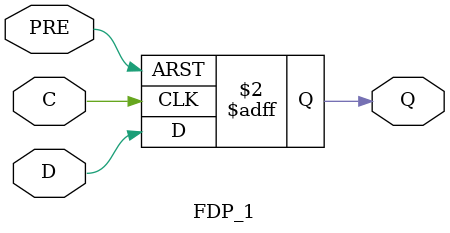
<source format=v>

/*

FUNCTION    : D-FLIP-FLOP with async preset

*/

// `celldefine
`timescale  100 ps / 10 ps

module FDP_1 (Q, C, D, PRE);

    parameter INIT = 1'b1;

    output Q;
    reg    Q;

    input  C, D, PRE;

    always @(posedge PRE or negedge C)
        if (PRE)
        Q <= 1;
        else
            Q <= D;

endmodule

</source>
